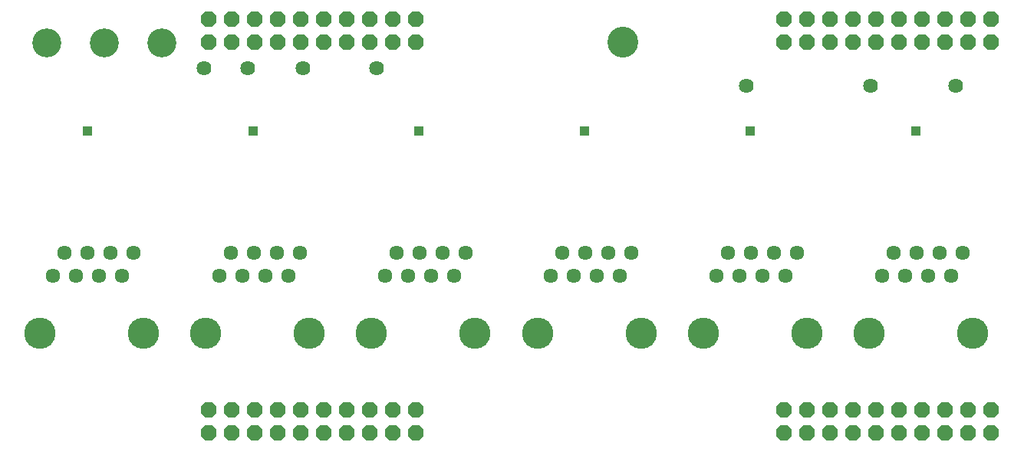
<source format=gbs>
G75*
%MOIN*%
%OFA0B0*%
%FSLAX24Y24*%
%IPPOS*%
%LPD*%
%AMOC8*
5,1,8,0,0,1.08239X$1,22.5*
%
%ADD10OC8,0.0680*%
%ADD11C,0.1360*%
%ADD12C,0.0634*%
%ADD13C,0.1340*%
%ADD14C,0.1261*%
%ADD15R,0.0437X0.0437*%
%ADD16C,0.0640*%
D10*
X017443Y009893D03*
X018443Y009893D03*
X019443Y009893D03*
X020443Y009893D03*
X021443Y009893D03*
X022443Y009893D03*
X023443Y009893D03*
X024443Y009893D03*
X025443Y009893D03*
X026443Y009893D03*
X026443Y010893D03*
X025443Y010893D03*
X024443Y010893D03*
X023443Y010893D03*
X022443Y010893D03*
X021443Y010893D03*
X020443Y010893D03*
X019443Y010893D03*
X018443Y010893D03*
X017443Y010893D03*
X042443Y010893D03*
X043443Y010893D03*
X044443Y010893D03*
X045443Y010893D03*
X046443Y010893D03*
X047443Y010893D03*
X048443Y010893D03*
X049443Y010893D03*
X050443Y010893D03*
X051443Y010893D03*
X051443Y009893D03*
X050443Y009893D03*
X049443Y009893D03*
X048443Y009893D03*
X047443Y009893D03*
X046443Y009893D03*
X045443Y009893D03*
X044443Y009893D03*
X043443Y009893D03*
X042443Y009893D03*
X042443Y026893D03*
X043443Y026893D03*
X044443Y026893D03*
X045443Y026893D03*
X046443Y026893D03*
X047443Y026893D03*
X048443Y026893D03*
X049443Y026893D03*
X050443Y026893D03*
X051443Y026893D03*
X051443Y027893D03*
X050443Y027893D03*
X049443Y027893D03*
X048443Y027893D03*
X047443Y027893D03*
X046443Y027893D03*
X045443Y027893D03*
X044443Y027893D03*
X043443Y027893D03*
X042443Y027893D03*
X026443Y027893D03*
X025443Y027893D03*
X024443Y027893D03*
X023443Y027893D03*
X022443Y027893D03*
X021443Y027893D03*
X020443Y027893D03*
X019443Y027893D03*
X018443Y027893D03*
X017443Y027893D03*
X017443Y026893D03*
X018443Y026893D03*
X019443Y026893D03*
X020443Y026893D03*
X021443Y026893D03*
X022443Y026893D03*
X023443Y026893D03*
X024443Y026893D03*
X025443Y026893D03*
X026443Y026893D03*
D11*
X024523Y014208D03*
X021818Y014208D03*
X017318Y014208D03*
X014613Y014208D03*
X010113Y014208D03*
X029023Y014208D03*
X031728Y014208D03*
X036228Y014208D03*
X038933Y014208D03*
X043433Y014208D03*
X046138Y014208D03*
X050638Y014208D03*
D12*
X049713Y016708D03*
X048713Y016708D03*
X047713Y016708D03*
X046713Y016708D03*
X047213Y017708D03*
X048213Y017708D03*
X049213Y017708D03*
X050213Y017708D03*
X043008Y017708D03*
X042008Y017708D03*
X041008Y017708D03*
X040008Y017708D03*
X040508Y016708D03*
X041508Y016708D03*
X042508Y016708D03*
X039508Y016708D03*
X035803Y017708D03*
X034803Y017708D03*
X033803Y017708D03*
X032803Y017708D03*
X033303Y016708D03*
X032303Y016708D03*
X034303Y016708D03*
X035303Y016708D03*
X028598Y017708D03*
X027598Y017708D03*
X026598Y017708D03*
X025598Y017708D03*
X026098Y016708D03*
X027098Y016708D03*
X028098Y016708D03*
X025098Y016708D03*
X021393Y017708D03*
X020393Y017708D03*
X019393Y017708D03*
X018393Y017708D03*
X018893Y016708D03*
X019893Y016708D03*
X020893Y016708D03*
X017893Y016708D03*
X014188Y017708D03*
X013188Y017708D03*
X012188Y017708D03*
X011188Y017708D03*
X011688Y016708D03*
X010688Y016708D03*
X012688Y016708D03*
X013688Y016708D03*
D13*
X035443Y026893D03*
D14*
X015393Y026843D03*
X012893Y026843D03*
X010393Y026843D03*
D15*
X012183Y023038D03*
X019383Y023038D03*
X026583Y023038D03*
X033783Y023038D03*
X040983Y023038D03*
X048183Y023038D03*
D16*
X049893Y024993D03*
X046193Y024993D03*
X040793Y024993D03*
X024743Y025743D03*
X021543Y025743D03*
X019143Y025743D03*
X017243Y025743D03*
M02*

</source>
